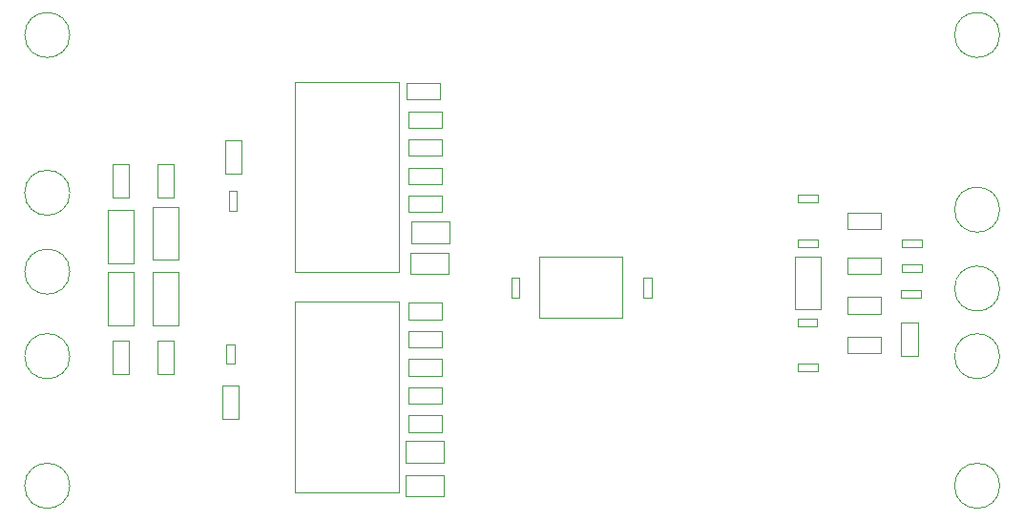
<source format=gbr>
%TF.GenerationSoftware,KiCad,Pcbnew,5.1.10*%
%TF.CreationDate,2021-08-04T12:07:05+02:00*%
%TF.ProjectId,smd-balanced-test,736d642d-6261-46c6-916e-6365642d7465,rev?*%
%TF.SameCoordinates,Original*%
%TF.FileFunction,Other,User*%
%FSLAX46Y46*%
G04 Gerber Fmt 4.6, Leading zero omitted, Abs format (unit mm)*
G04 Created by KiCad (PCBNEW 5.1.10) date 2021-08-04 12:07:05*
%MOMM*%
%LPD*%
G01*
G04 APERTURE LIST*
%ADD10C,0.050000*%
G04 APERTURE END LIST*
D10*
%TO.C,C1*%
X108880000Y-52850000D02*
X107120000Y-52850000D01*
X108880000Y-52150000D02*
X108880000Y-52850000D01*
X107120000Y-52150000D02*
X108880000Y-52150000D01*
X107120000Y-52850000D02*
X107120000Y-52150000D01*
%TO.C,C2*%
X116305000Y-59045000D02*
X116305000Y-58345000D01*
X116305000Y-58345000D02*
X118065000Y-58345000D01*
X118065000Y-58345000D02*
X118065000Y-59045000D01*
X118065000Y-59045000D02*
X116305000Y-59045000D01*
%TO.C,C3*%
X116212000Y-61350000D02*
X116212000Y-60650000D01*
X116212000Y-60650000D02*
X117972000Y-60650000D01*
X117972000Y-60650000D02*
X117972000Y-61350000D01*
X117972000Y-61350000D02*
X116212000Y-61350000D01*
%TO.C,C4*%
X107120000Y-56850000D02*
X107120000Y-56150000D01*
X107120000Y-56150000D02*
X108880000Y-56150000D01*
X108880000Y-56150000D02*
X108880000Y-56850000D01*
X108880000Y-56850000D02*
X107120000Y-56850000D01*
%TO.C,C5*%
X108812000Y-63850000D02*
X107052000Y-63850000D01*
X108812000Y-63150000D02*
X108812000Y-63850000D01*
X107052000Y-63150000D02*
X108812000Y-63150000D01*
X107052000Y-63850000D02*
X107052000Y-63150000D01*
%TO.C,C6*%
X57350000Y-51870000D02*
X57350000Y-53630000D01*
X56650000Y-51870000D02*
X57350000Y-51870000D01*
X56650000Y-53630000D02*
X56650000Y-51870000D01*
X57350000Y-53630000D02*
X56650000Y-53630000D01*
%TO.C,C7*%
X107120000Y-67850000D02*
X107120000Y-67150000D01*
X107120000Y-67150000D02*
X108880000Y-67150000D01*
X108880000Y-67150000D02*
X108880000Y-67850000D01*
X108880000Y-67850000D02*
X107120000Y-67850000D01*
%TO.C,C8*%
X56400000Y-67197500D02*
X56400000Y-65437500D01*
X57100000Y-67197500D02*
X56400000Y-67197500D01*
X57100000Y-65437500D02*
X57100000Y-67197500D01*
X56400000Y-65437500D02*
X57100000Y-65437500D01*
%TO.C,C9*%
X116305000Y-56150000D02*
X118065000Y-56150000D01*
X116305000Y-56850000D02*
X116305000Y-56150000D01*
X118065000Y-56850000D02*
X116305000Y-56850000D01*
X118065000Y-56150000D02*
X118065000Y-56850000D01*
%TO.C,D1*%
X106850000Y-62350000D02*
X109150000Y-62350000D01*
X109150000Y-57650000D02*
X109150000Y-62350000D01*
X106850000Y-57650000D02*
X109150000Y-57650000D01*
X106850000Y-62350000D02*
X106850000Y-57650000D01*
%TO.C,D2*%
X52150000Y-53250000D02*
X52150000Y-57950000D01*
X52150000Y-57950000D02*
X49850000Y-57950000D01*
X49850000Y-57950000D02*
X49850000Y-53250000D01*
X52150000Y-53250000D02*
X49850000Y-53250000D01*
%TO.C,D3*%
X52150000Y-59050000D02*
X49850000Y-59050000D01*
X49850000Y-63750000D02*
X49850000Y-59050000D01*
X52150000Y-63750000D02*
X49850000Y-63750000D01*
X52150000Y-59050000D02*
X52150000Y-63750000D01*
%TO.C,D4*%
X45850000Y-58250000D02*
X45850000Y-53550000D01*
X45850000Y-53550000D02*
X48150000Y-53550000D01*
X48150000Y-53550000D02*
X48150000Y-58250000D01*
X45850000Y-58250000D02*
X48150000Y-58250000D01*
%TO.C,D5*%
X45850000Y-63750000D02*
X48150000Y-63750000D01*
X48150000Y-59050000D02*
X48150000Y-63750000D01*
X45850000Y-59050000D02*
X48150000Y-59050000D01*
X45850000Y-63750000D02*
X45850000Y-59050000D01*
%TO.C,J1*%
X42500000Y-66500000D02*
G75*
G03*
X42500000Y-66500000I-2000000J0D01*
G01*
%TO.C,J2*%
X125000000Y-53500000D02*
G75*
G03*
X125000000Y-53500000I-2000000J0D01*
G01*
%TO.C,J3*%
X125000000Y-60500000D02*
G75*
G03*
X125000000Y-60500000I-2000000J0D01*
G01*
%TO.C,J4*%
X125000000Y-66500000D02*
G75*
G03*
X125000000Y-66500000I-2000000J0D01*
G01*
%TO.C,J6*%
X42500000Y-38000000D02*
G75*
G03*
X42500000Y-38000000I-2000000J0D01*
G01*
%TO.C,J7*%
X125000000Y-38000000D02*
G75*
G03*
X125000000Y-38000000I-2000000J0D01*
G01*
%TO.C,J8*%
X125000000Y-78000000D02*
G75*
G03*
X125000000Y-78000000I-2000000J0D01*
G01*
%TO.C,J9*%
X42500000Y-78000000D02*
G75*
G03*
X42500000Y-78000000I-2000000J0D01*
G01*
%TO.C,J10*%
X42500000Y-52000000D02*
G75*
G03*
X42500000Y-52000000I-2000000J0D01*
G01*
%TO.C,J11*%
X42500000Y-59000000D02*
G75*
G03*
X42500000Y-59000000I-2000000J0D01*
G01*
%TO.C,R1*%
X114480000Y-55230000D02*
X111520000Y-55230000D01*
X114480000Y-53770000D02*
X114480000Y-55230000D01*
X111520000Y-53770000D02*
X114480000Y-53770000D01*
X111520000Y-55230000D02*
X111520000Y-53770000D01*
%TO.C,R2*%
X72345000Y-42270000D02*
X75305000Y-42270000D01*
X72345000Y-43730000D02*
X72345000Y-42270000D01*
X75305000Y-43730000D02*
X72345000Y-43730000D01*
X75305000Y-42270000D02*
X75305000Y-43730000D01*
%TO.C,R3*%
X114480000Y-62730000D02*
X111520000Y-62730000D01*
X114480000Y-61270000D02*
X114480000Y-62730000D01*
X111520000Y-61270000D02*
X114480000Y-61270000D01*
X111520000Y-62730000D02*
X111520000Y-61270000D01*
%TO.C,R4*%
X117730000Y-66480000D02*
X116270000Y-66480000D01*
X116270000Y-66480000D02*
X116270000Y-63520000D01*
X116270000Y-63520000D02*
X117730000Y-63520000D01*
X117730000Y-63520000D02*
X117730000Y-66480000D01*
%TO.C,R5*%
X111520000Y-59230000D02*
X111520000Y-57770000D01*
X111520000Y-57770000D02*
X114480000Y-57770000D01*
X114480000Y-57770000D02*
X114480000Y-59230000D01*
X114480000Y-59230000D02*
X111520000Y-59230000D01*
%TO.C,R6*%
X51730000Y-52405000D02*
X50270000Y-52405000D01*
X50270000Y-52405000D02*
X50270000Y-49445000D01*
X50270000Y-49445000D02*
X51730000Y-49445000D01*
X51730000Y-49445000D02*
X51730000Y-52405000D01*
%TO.C,R8*%
X111520000Y-66230000D02*
X111520000Y-64770000D01*
X111520000Y-64770000D02*
X114480000Y-64770000D01*
X114480000Y-64770000D02*
X114480000Y-66230000D01*
X114480000Y-66230000D02*
X111520000Y-66230000D01*
%TO.C,R9*%
X57730000Y-50305000D02*
X56270000Y-50305000D01*
X56270000Y-50305000D02*
X56270000Y-47345000D01*
X56270000Y-47345000D02*
X57730000Y-47345000D01*
X57730000Y-47345000D02*
X57730000Y-50305000D01*
%TO.C,R10*%
X51730000Y-65095000D02*
X51730000Y-68055000D01*
X50270000Y-65095000D02*
X51730000Y-65095000D01*
X50270000Y-68055000D02*
X50270000Y-65095000D01*
X51730000Y-68055000D02*
X50270000Y-68055000D01*
%TO.C,R11*%
X46270000Y-52405000D02*
X46270000Y-49445000D01*
X47730000Y-52405000D02*
X46270000Y-52405000D01*
X47730000Y-49445000D02*
X47730000Y-52405000D01*
X46270000Y-49445000D02*
X47730000Y-49445000D01*
%TO.C,R12*%
X57480000Y-69095000D02*
X57480000Y-72055000D01*
X56020000Y-69095000D02*
X57480000Y-69095000D01*
X56020000Y-72055000D02*
X56020000Y-69095000D01*
X57480000Y-72055000D02*
X56020000Y-72055000D01*
%TO.C,R13*%
X75480000Y-44770000D02*
X75480000Y-46230000D01*
X75480000Y-46230000D02*
X72520000Y-46230000D01*
X72520000Y-46230000D02*
X72520000Y-44770000D01*
X72520000Y-44770000D02*
X75480000Y-44770000D01*
%TO.C,R14*%
X72520000Y-47270000D02*
X75480000Y-47270000D01*
X72520000Y-48730000D02*
X72520000Y-47270000D01*
X75480000Y-48730000D02*
X72520000Y-48730000D01*
X75480000Y-47270000D02*
X75480000Y-48730000D01*
%TO.C,R15*%
X75480000Y-49770000D02*
X75480000Y-51230000D01*
X75480000Y-51230000D02*
X72520000Y-51230000D01*
X72520000Y-51230000D02*
X72520000Y-49770000D01*
X72520000Y-49770000D02*
X75480000Y-49770000D01*
%TO.C,R16*%
X75480000Y-52270000D02*
X75480000Y-53730000D01*
X75480000Y-53730000D02*
X72520000Y-53730000D01*
X72520000Y-53730000D02*
X72520000Y-52270000D01*
X72520000Y-52270000D02*
X75480000Y-52270000D01*
%TO.C,R17*%
X72820000Y-54550000D02*
X76180000Y-54550000D01*
X72820000Y-56450000D02*
X72820000Y-54550000D01*
X76180000Y-56450000D02*
X72820000Y-56450000D01*
X76180000Y-54550000D02*
X76180000Y-56450000D01*
%TO.C,R18*%
X76092500Y-57300000D02*
X76092500Y-59200000D01*
X76092500Y-59200000D02*
X72732500Y-59200000D01*
X72732500Y-59200000D02*
X72732500Y-57300000D01*
X72732500Y-57300000D02*
X76092500Y-57300000D01*
%TO.C,R19*%
X72520000Y-61770000D02*
X75480000Y-61770000D01*
X72520000Y-63230000D02*
X72520000Y-61770000D01*
X75480000Y-63230000D02*
X72520000Y-63230000D01*
X75480000Y-61770000D02*
X75480000Y-63230000D01*
%TO.C,R20*%
X72520000Y-64270000D02*
X75480000Y-64270000D01*
X72520000Y-65730000D02*
X72520000Y-64270000D01*
X75480000Y-65730000D02*
X72520000Y-65730000D01*
X75480000Y-64270000D02*
X75480000Y-65730000D01*
%TO.C,R21*%
X75480000Y-66770000D02*
X75480000Y-68230000D01*
X75480000Y-68230000D02*
X72520000Y-68230000D01*
X72520000Y-68230000D02*
X72520000Y-66770000D01*
X72520000Y-66770000D02*
X75480000Y-66770000D01*
%TO.C,R22*%
X72520000Y-69270000D02*
X75480000Y-69270000D01*
X72520000Y-70730000D02*
X72520000Y-69270000D01*
X75480000Y-70730000D02*
X72520000Y-70730000D01*
X75480000Y-69270000D02*
X75480000Y-70730000D01*
%TO.C,R23*%
X75480000Y-71770000D02*
X75480000Y-73230000D01*
X75480000Y-73230000D02*
X72520000Y-73230000D01*
X72520000Y-73230000D02*
X72520000Y-71770000D01*
X72520000Y-71770000D02*
X75480000Y-71770000D01*
%TO.C,R24*%
X75680000Y-74050000D02*
X75680000Y-75950000D01*
X75680000Y-75950000D02*
X72320000Y-75950000D01*
X72320000Y-75950000D02*
X72320000Y-74050000D01*
X72320000Y-74050000D02*
X75680000Y-74050000D01*
%TO.C,R25*%
X72320000Y-77050000D02*
X75680000Y-77050000D01*
X72320000Y-78950000D02*
X72320000Y-77050000D01*
X75680000Y-78950000D02*
X72320000Y-78950000D01*
X75680000Y-77050000D02*
X75680000Y-78950000D01*
%TO.C,SW1*%
X62505000Y-42180000D02*
X71665000Y-42180000D01*
X62505000Y-59060000D02*
X62505000Y-42180000D01*
X71665000Y-59060000D02*
X62505000Y-59060000D01*
X71665000Y-42180000D02*
X71665000Y-59060000D01*
%TO.C,SW2*%
X71665000Y-61680000D02*
X71665000Y-78560000D01*
X71665000Y-78560000D02*
X62505000Y-78560000D01*
X62505000Y-78560000D02*
X62505000Y-61680000D01*
X62505000Y-61680000D02*
X71665000Y-61680000D01*
%TO.C,R7*%
X46270000Y-68055000D02*
X46270000Y-65095000D01*
X47730000Y-68055000D02*
X46270000Y-68055000D01*
X47730000Y-65095000D02*
X47730000Y-68055000D01*
X46270000Y-65095000D02*
X47730000Y-65095000D01*
%TO.C,C10*%
X82350000Y-59552500D02*
X82350000Y-61312500D01*
X81650000Y-59552500D02*
X82350000Y-59552500D01*
X81650000Y-61312500D02*
X81650000Y-59552500D01*
X82350000Y-61312500D02*
X81650000Y-61312500D01*
%TO.C,C11*%
X94100000Y-61287500D02*
X93400000Y-61287500D01*
X93400000Y-61287500D02*
X93400000Y-59527500D01*
X93400000Y-59527500D02*
X94100000Y-59527500D01*
X94100000Y-59527500D02*
X94100000Y-61287500D01*
%TO.C,U1*%
X91525000Y-57685000D02*
X84125000Y-57685000D01*
X91525000Y-63085000D02*
X91525000Y-57685000D01*
X84125000Y-63085000D02*
X91525000Y-63085000D01*
X84125000Y-57685000D02*
X84125000Y-63085000D01*
%TD*%
M02*

</source>
